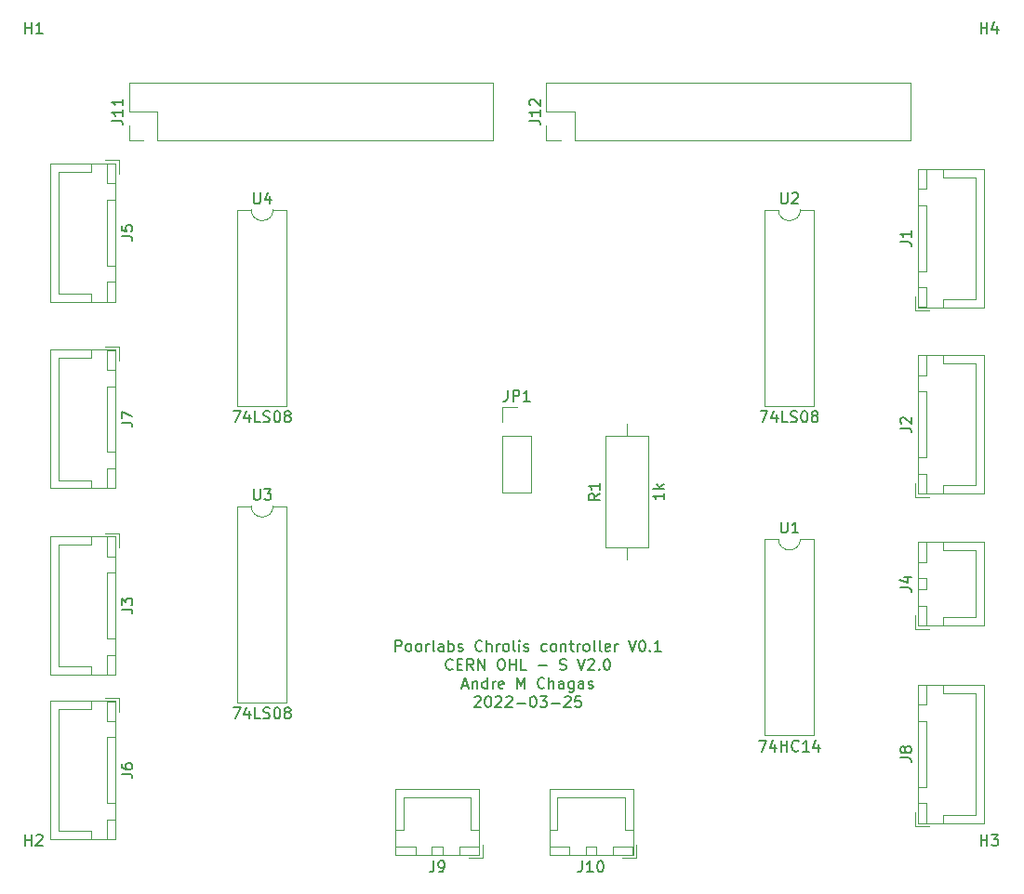
<source format=gbr>
%TF.GenerationSoftware,KiCad,Pcbnew,5.1.10-88a1d61d58~90~ubuntu20.04.1*%
%TF.CreationDate,2022-03-25T12:28:49+00:00*%
%TF.ProjectId,blanking_board,626c616e-6b69-46e6-975f-626f6172642e,rev?*%
%TF.SameCoordinates,Original*%
%TF.FileFunction,Legend,Top*%
%TF.FilePolarity,Positive*%
%FSLAX46Y46*%
G04 Gerber Fmt 4.6, Leading zero omitted, Abs format (unit mm)*
G04 Created by KiCad (PCBNEW 5.1.10-88a1d61d58~90~ubuntu20.04.1) date 2022-03-25 12:28:49*
%MOMM*%
%LPD*%
G01*
G04 APERTURE LIST*
%ADD10C,0.200000*%
%ADD11C,0.120000*%
%ADD12C,0.150000*%
G04 APERTURE END LIST*
D10*
X134928571Y-103902380D02*
X134928571Y-102902380D01*
X135309523Y-102902380D01*
X135404761Y-102950000D01*
X135452380Y-102997619D01*
X135500000Y-103092857D01*
X135500000Y-103235714D01*
X135452380Y-103330952D01*
X135404761Y-103378571D01*
X135309523Y-103426190D01*
X134928571Y-103426190D01*
X136071428Y-103902380D02*
X135976190Y-103854761D01*
X135928571Y-103807142D01*
X135880952Y-103711904D01*
X135880952Y-103426190D01*
X135928571Y-103330952D01*
X135976190Y-103283333D01*
X136071428Y-103235714D01*
X136214285Y-103235714D01*
X136309523Y-103283333D01*
X136357142Y-103330952D01*
X136404761Y-103426190D01*
X136404761Y-103711904D01*
X136357142Y-103807142D01*
X136309523Y-103854761D01*
X136214285Y-103902380D01*
X136071428Y-103902380D01*
X136976190Y-103902380D02*
X136880952Y-103854761D01*
X136833333Y-103807142D01*
X136785714Y-103711904D01*
X136785714Y-103426190D01*
X136833333Y-103330952D01*
X136880952Y-103283333D01*
X136976190Y-103235714D01*
X137119047Y-103235714D01*
X137214285Y-103283333D01*
X137261904Y-103330952D01*
X137309523Y-103426190D01*
X137309523Y-103711904D01*
X137261904Y-103807142D01*
X137214285Y-103854761D01*
X137119047Y-103902380D01*
X136976190Y-103902380D01*
X137738095Y-103902380D02*
X137738095Y-103235714D01*
X137738095Y-103426190D02*
X137785714Y-103330952D01*
X137833333Y-103283333D01*
X137928571Y-103235714D01*
X138023809Y-103235714D01*
X138500000Y-103902380D02*
X138404761Y-103854761D01*
X138357142Y-103759523D01*
X138357142Y-102902380D01*
X139309523Y-103902380D02*
X139309523Y-103378571D01*
X139261904Y-103283333D01*
X139166666Y-103235714D01*
X138976190Y-103235714D01*
X138880952Y-103283333D01*
X139309523Y-103854761D02*
X139214285Y-103902380D01*
X138976190Y-103902380D01*
X138880952Y-103854761D01*
X138833333Y-103759523D01*
X138833333Y-103664285D01*
X138880952Y-103569047D01*
X138976190Y-103521428D01*
X139214285Y-103521428D01*
X139309523Y-103473809D01*
X139785714Y-103902380D02*
X139785714Y-102902380D01*
X139785714Y-103283333D02*
X139880952Y-103235714D01*
X140071428Y-103235714D01*
X140166666Y-103283333D01*
X140214285Y-103330952D01*
X140261904Y-103426190D01*
X140261904Y-103711904D01*
X140214285Y-103807142D01*
X140166666Y-103854761D01*
X140071428Y-103902380D01*
X139880952Y-103902380D01*
X139785714Y-103854761D01*
X140642857Y-103854761D02*
X140738095Y-103902380D01*
X140928571Y-103902380D01*
X141023809Y-103854761D01*
X141071428Y-103759523D01*
X141071428Y-103711904D01*
X141023809Y-103616666D01*
X140928571Y-103569047D01*
X140785714Y-103569047D01*
X140690476Y-103521428D01*
X140642857Y-103426190D01*
X140642857Y-103378571D01*
X140690476Y-103283333D01*
X140785714Y-103235714D01*
X140928571Y-103235714D01*
X141023809Y-103283333D01*
X142833333Y-103807142D02*
X142785714Y-103854761D01*
X142642857Y-103902380D01*
X142547619Y-103902380D01*
X142404761Y-103854761D01*
X142309523Y-103759523D01*
X142261904Y-103664285D01*
X142214285Y-103473809D01*
X142214285Y-103330952D01*
X142261904Y-103140476D01*
X142309523Y-103045238D01*
X142404761Y-102950000D01*
X142547619Y-102902380D01*
X142642857Y-102902380D01*
X142785714Y-102950000D01*
X142833333Y-102997619D01*
X143261904Y-103902380D02*
X143261904Y-102902380D01*
X143690476Y-103902380D02*
X143690476Y-103378571D01*
X143642857Y-103283333D01*
X143547619Y-103235714D01*
X143404761Y-103235714D01*
X143309523Y-103283333D01*
X143261904Y-103330952D01*
X144166666Y-103902380D02*
X144166666Y-103235714D01*
X144166666Y-103426190D02*
X144214285Y-103330952D01*
X144261904Y-103283333D01*
X144357142Y-103235714D01*
X144452380Y-103235714D01*
X144928571Y-103902380D02*
X144833333Y-103854761D01*
X144785714Y-103807142D01*
X144738095Y-103711904D01*
X144738095Y-103426190D01*
X144785714Y-103330952D01*
X144833333Y-103283333D01*
X144928571Y-103235714D01*
X145071428Y-103235714D01*
X145166666Y-103283333D01*
X145214285Y-103330952D01*
X145261904Y-103426190D01*
X145261904Y-103711904D01*
X145214285Y-103807142D01*
X145166666Y-103854761D01*
X145071428Y-103902380D01*
X144928571Y-103902380D01*
X145833333Y-103902380D02*
X145738095Y-103854761D01*
X145690476Y-103759523D01*
X145690476Y-102902380D01*
X146214285Y-103902380D02*
X146214285Y-103235714D01*
X146214285Y-102902380D02*
X146166666Y-102950000D01*
X146214285Y-102997619D01*
X146261904Y-102950000D01*
X146214285Y-102902380D01*
X146214285Y-102997619D01*
X146642857Y-103854761D02*
X146738095Y-103902380D01*
X146928571Y-103902380D01*
X147023809Y-103854761D01*
X147071428Y-103759523D01*
X147071428Y-103711904D01*
X147023809Y-103616666D01*
X146928571Y-103569047D01*
X146785714Y-103569047D01*
X146690476Y-103521428D01*
X146642857Y-103426190D01*
X146642857Y-103378571D01*
X146690476Y-103283333D01*
X146785714Y-103235714D01*
X146928571Y-103235714D01*
X147023809Y-103283333D01*
X148690476Y-103854761D02*
X148595238Y-103902380D01*
X148404761Y-103902380D01*
X148309523Y-103854761D01*
X148261904Y-103807142D01*
X148214285Y-103711904D01*
X148214285Y-103426190D01*
X148261904Y-103330952D01*
X148309523Y-103283333D01*
X148404761Y-103235714D01*
X148595238Y-103235714D01*
X148690476Y-103283333D01*
X149261904Y-103902380D02*
X149166666Y-103854761D01*
X149119047Y-103807142D01*
X149071428Y-103711904D01*
X149071428Y-103426190D01*
X149119047Y-103330952D01*
X149166666Y-103283333D01*
X149261904Y-103235714D01*
X149404761Y-103235714D01*
X149500000Y-103283333D01*
X149547619Y-103330952D01*
X149595238Y-103426190D01*
X149595238Y-103711904D01*
X149547619Y-103807142D01*
X149500000Y-103854761D01*
X149404761Y-103902380D01*
X149261904Y-103902380D01*
X150023809Y-103235714D02*
X150023809Y-103902380D01*
X150023809Y-103330952D02*
X150071428Y-103283333D01*
X150166666Y-103235714D01*
X150309523Y-103235714D01*
X150404761Y-103283333D01*
X150452380Y-103378571D01*
X150452380Y-103902380D01*
X150785714Y-103235714D02*
X151166666Y-103235714D01*
X150928571Y-102902380D02*
X150928571Y-103759523D01*
X150976190Y-103854761D01*
X151071428Y-103902380D01*
X151166666Y-103902380D01*
X151500000Y-103902380D02*
X151500000Y-103235714D01*
X151500000Y-103426190D02*
X151547619Y-103330952D01*
X151595238Y-103283333D01*
X151690476Y-103235714D01*
X151785714Y-103235714D01*
X152261904Y-103902380D02*
X152166666Y-103854761D01*
X152119047Y-103807142D01*
X152071428Y-103711904D01*
X152071428Y-103426190D01*
X152119047Y-103330952D01*
X152166666Y-103283333D01*
X152261904Y-103235714D01*
X152404761Y-103235714D01*
X152500000Y-103283333D01*
X152547619Y-103330952D01*
X152595238Y-103426190D01*
X152595238Y-103711904D01*
X152547619Y-103807142D01*
X152500000Y-103854761D01*
X152404761Y-103902380D01*
X152261904Y-103902380D01*
X153166666Y-103902380D02*
X153071428Y-103854761D01*
X153023809Y-103759523D01*
X153023809Y-102902380D01*
X153690476Y-103902380D02*
X153595238Y-103854761D01*
X153547619Y-103759523D01*
X153547619Y-102902380D01*
X154452380Y-103854761D02*
X154357142Y-103902380D01*
X154166666Y-103902380D01*
X154071428Y-103854761D01*
X154023809Y-103759523D01*
X154023809Y-103378571D01*
X154071428Y-103283333D01*
X154166666Y-103235714D01*
X154357142Y-103235714D01*
X154452380Y-103283333D01*
X154499999Y-103378571D01*
X154499999Y-103473809D01*
X154023809Y-103569047D01*
X154928571Y-103902380D02*
X154928571Y-103235714D01*
X154928571Y-103426190D02*
X154976190Y-103330952D01*
X155023809Y-103283333D01*
X155119047Y-103235714D01*
X155214285Y-103235714D01*
X156166666Y-102902380D02*
X156499999Y-103902380D01*
X156833333Y-102902380D01*
X157357142Y-102902380D02*
X157452380Y-102902380D01*
X157547619Y-102950000D01*
X157595238Y-102997619D01*
X157642857Y-103092857D01*
X157690476Y-103283333D01*
X157690476Y-103521428D01*
X157642857Y-103711904D01*
X157595238Y-103807142D01*
X157547619Y-103854761D01*
X157452380Y-103902380D01*
X157357142Y-103902380D01*
X157261904Y-103854761D01*
X157214285Y-103807142D01*
X157166666Y-103711904D01*
X157119047Y-103521428D01*
X157119047Y-103283333D01*
X157166666Y-103092857D01*
X157214285Y-102997619D01*
X157261904Y-102950000D01*
X157357142Y-102902380D01*
X158119047Y-103807142D02*
X158166666Y-103854761D01*
X158119047Y-103902380D01*
X158071428Y-103854761D01*
X158119047Y-103807142D01*
X158119047Y-103902380D01*
X159119047Y-103902380D02*
X158547619Y-103902380D01*
X158833333Y-103902380D02*
X158833333Y-102902380D01*
X158738095Y-103045238D01*
X158642857Y-103140476D01*
X158547619Y-103188095D01*
X140142857Y-105507142D02*
X140095238Y-105554761D01*
X139952380Y-105602380D01*
X139857142Y-105602380D01*
X139714285Y-105554761D01*
X139619047Y-105459523D01*
X139571428Y-105364285D01*
X139523809Y-105173809D01*
X139523809Y-105030952D01*
X139571428Y-104840476D01*
X139619047Y-104745238D01*
X139714285Y-104650000D01*
X139857142Y-104602380D01*
X139952380Y-104602380D01*
X140095238Y-104650000D01*
X140142857Y-104697619D01*
X140571428Y-105078571D02*
X140904761Y-105078571D01*
X141047619Y-105602380D02*
X140571428Y-105602380D01*
X140571428Y-104602380D01*
X141047619Y-104602380D01*
X142047619Y-105602380D02*
X141714285Y-105126190D01*
X141476190Y-105602380D02*
X141476190Y-104602380D01*
X141857142Y-104602380D01*
X141952380Y-104650000D01*
X142000000Y-104697619D01*
X142047619Y-104792857D01*
X142047619Y-104935714D01*
X142000000Y-105030952D01*
X141952380Y-105078571D01*
X141857142Y-105126190D01*
X141476190Y-105126190D01*
X142476190Y-105602380D02*
X142476190Y-104602380D01*
X143047619Y-105602380D01*
X143047619Y-104602380D01*
X144476190Y-104602380D02*
X144666666Y-104602380D01*
X144761904Y-104650000D01*
X144857142Y-104745238D01*
X144904761Y-104935714D01*
X144904761Y-105269047D01*
X144857142Y-105459523D01*
X144761904Y-105554761D01*
X144666666Y-105602380D01*
X144476190Y-105602380D01*
X144380952Y-105554761D01*
X144285714Y-105459523D01*
X144238095Y-105269047D01*
X144238095Y-104935714D01*
X144285714Y-104745238D01*
X144380952Y-104650000D01*
X144476190Y-104602380D01*
X145333333Y-105602380D02*
X145333333Y-104602380D01*
X145333333Y-105078571D02*
X145904761Y-105078571D01*
X145904761Y-105602380D02*
X145904761Y-104602380D01*
X146857142Y-105602380D02*
X146380952Y-105602380D01*
X146380952Y-104602380D01*
X147952380Y-105221428D02*
X148714285Y-105221428D01*
X149904761Y-105554761D02*
X150047619Y-105602380D01*
X150285714Y-105602380D01*
X150380952Y-105554761D01*
X150428571Y-105507142D01*
X150476190Y-105411904D01*
X150476190Y-105316666D01*
X150428571Y-105221428D01*
X150380952Y-105173809D01*
X150285714Y-105126190D01*
X150095238Y-105078571D01*
X150000000Y-105030952D01*
X149952380Y-104983333D01*
X149904761Y-104888095D01*
X149904761Y-104792857D01*
X149952380Y-104697619D01*
X150000000Y-104650000D01*
X150095238Y-104602380D01*
X150333333Y-104602380D01*
X150476190Y-104650000D01*
X151523809Y-104602380D02*
X151857142Y-105602380D01*
X152190476Y-104602380D01*
X152476190Y-104697619D02*
X152523809Y-104650000D01*
X152619047Y-104602380D01*
X152857142Y-104602380D01*
X152952380Y-104650000D01*
X153000000Y-104697619D01*
X153047619Y-104792857D01*
X153047619Y-104888095D01*
X153000000Y-105030952D01*
X152428571Y-105602380D01*
X153047619Y-105602380D01*
X153476190Y-105507142D02*
X153523809Y-105554761D01*
X153476190Y-105602380D01*
X153428571Y-105554761D01*
X153476190Y-105507142D01*
X153476190Y-105602380D01*
X154142857Y-104602380D02*
X154238095Y-104602380D01*
X154333333Y-104650000D01*
X154380952Y-104697619D01*
X154428571Y-104792857D01*
X154476190Y-104983333D01*
X154476190Y-105221428D01*
X154428571Y-105411904D01*
X154380952Y-105507142D01*
X154333333Y-105554761D01*
X154238095Y-105602380D01*
X154142857Y-105602380D01*
X154047619Y-105554761D01*
X154000000Y-105507142D01*
X153952380Y-105411904D01*
X153904761Y-105221428D01*
X153904761Y-104983333D01*
X153952380Y-104792857D01*
X154000000Y-104697619D01*
X154047619Y-104650000D01*
X154142857Y-104602380D01*
X141071428Y-107016666D02*
X141547619Y-107016666D01*
X140976190Y-107302380D02*
X141309523Y-106302380D01*
X141642857Y-107302380D01*
X141976190Y-106635714D02*
X141976190Y-107302380D01*
X141976190Y-106730952D02*
X142023809Y-106683333D01*
X142119047Y-106635714D01*
X142261904Y-106635714D01*
X142357142Y-106683333D01*
X142404761Y-106778571D01*
X142404761Y-107302380D01*
X143309523Y-107302380D02*
X143309523Y-106302380D01*
X143309523Y-107254761D02*
X143214285Y-107302380D01*
X143023809Y-107302380D01*
X142928571Y-107254761D01*
X142880952Y-107207142D01*
X142833333Y-107111904D01*
X142833333Y-106826190D01*
X142880952Y-106730952D01*
X142928571Y-106683333D01*
X143023809Y-106635714D01*
X143214285Y-106635714D01*
X143309523Y-106683333D01*
X143785714Y-107302380D02*
X143785714Y-106635714D01*
X143785714Y-106826190D02*
X143833333Y-106730952D01*
X143880952Y-106683333D01*
X143976190Y-106635714D01*
X144071428Y-106635714D01*
X144785714Y-107254761D02*
X144690476Y-107302380D01*
X144500000Y-107302380D01*
X144404761Y-107254761D01*
X144357142Y-107159523D01*
X144357142Y-106778571D01*
X144404761Y-106683333D01*
X144500000Y-106635714D01*
X144690476Y-106635714D01*
X144785714Y-106683333D01*
X144833333Y-106778571D01*
X144833333Y-106873809D01*
X144357142Y-106969047D01*
X146023809Y-107302380D02*
X146023809Y-106302380D01*
X146357142Y-107016666D01*
X146690476Y-106302380D01*
X146690476Y-107302380D01*
X148500000Y-107207142D02*
X148452380Y-107254761D01*
X148309523Y-107302380D01*
X148214285Y-107302380D01*
X148071428Y-107254761D01*
X147976190Y-107159523D01*
X147928571Y-107064285D01*
X147880952Y-106873809D01*
X147880952Y-106730952D01*
X147928571Y-106540476D01*
X147976190Y-106445238D01*
X148071428Y-106350000D01*
X148214285Y-106302380D01*
X148309523Y-106302380D01*
X148452380Y-106350000D01*
X148500000Y-106397619D01*
X148928571Y-107302380D02*
X148928571Y-106302380D01*
X149357142Y-107302380D02*
X149357142Y-106778571D01*
X149309523Y-106683333D01*
X149214285Y-106635714D01*
X149071428Y-106635714D01*
X148976190Y-106683333D01*
X148928571Y-106730952D01*
X150261904Y-107302380D02*
X150261904Y-106778571D01*
X150214285Y-106683333D01*
X150119047Y-106635714D01*
X149928571Y-106635714D01*
X149833333Y-106683333D01*
X150261904Y-107254761D02*
X150166666Y-107302380D01*
X149928571Y-107302380D01*
X149833333Y-107254761D01*
X149785714Y-107159523D01*
X149785714Y-107064285D01*
X149833333Y-106969047D01*
X149928571Y-106921428D01*
X150166666Y-106921428D01*
X150261904Y-106873809D01*
X151166666Y-106635714D02*
X151166666Y-107445238D01*
X151119047Y-107540476D01*
X151071428Y-107588095D01*
X150976190Y-107635714D01*
X150833333Y-107635714D01*
X150738095Y-107588095D01*
X151166666Y-107254761D02*
X151071428Y-107302380D01*
X150880952Y-107302380D01*
X150785714Y-107254761D01*
X150738095Y-107207142D01*
X150690476Y-107111904D01*
X150690476Y-106826190D01*
X150738095Y-106730952D01*
X150785714Y-106683333D01*
X150880952Y-106635714D01*
X151071428Y-106635714D01*
X151166666Y-106683333D01*
X152071428Y-107302380D02*
X152071428Y-106778571D01*
X152023809Y-106683333D01*
X151928571Y-106635714D01*
X151738095Y-106635714D01*
X151642857Y-106683333D01*
X152071428Y-107254761D02*
X151976190Y-107302380D01*
X151738095Y-107302380D01*
X151642857Y-107254761D01*
X151595238Y-107159523D01*
X151595238Y-107064285D01*
X151642857Y-106969047D01*
X151738095Y-106921428D01*
X151976190Y-106921428D01*
X152071428Y-106873809D01*
X152500000Y-107254761D02*
X152595238Y-107302380D01*
X152785714Y-107302380D01*
X152880952Y-107254761D01*
X152928571Y-107159523D01*
X152928571Y-107111904D01*
X152880952Y-107016666D01*
X152785714Y-106969047D01*
X152642857Y-106969047D01*
X152547619Y-106921428D01*
X152500000Y-106826190D01*
X152500000Y-106778571D01*
X152547619Y-106683333D01*
X152642857Y-106635714D01*
X152785714Y-106635714D01*
X152880952Y-106683333D01*
X142142857Y-108097619D02*
X142190476Y-108050000D01*
X142285714Y-108002380D01*
X142523809Y-108002380D01*
X142619047Y-108050000D01*
X142666666Y-108097619D01*
X142714285Y-108192857D01*
X142714285Y-108288095D01*
X142666666Y-108430952D01*
X142095238Y-109002380D01*
X142714285Y-109002380D01*
X143333333Y-108002380D02*
X143428571Y-108002380D01*
X143523809Y-108050000D01*
X143571428Y-108097619D01*
X143619047Y-108192857D01*
X143666666Y-108383333D01*
X143666666Y-108621428D01*
X143619047Y-108811904D01*
X143571428Y-108907142D01*
X143523809Y-108954761D01*
X143428571Y-109002380D01*
X143333333Y-109002380D01*
X143238095Y-108954761D01*
X143190476Y-108907142D01*
X143142857Y-108811904D01*
X143095238Y-108621428D01*
X143095238Y-108383333D01*
X143142857Y-108192857D01*
X143190476Y-108097619D01*
X143238095Y-108050000D01*
X143333333Y-108002380D01*
X144047619Y-108097619D02*
X144095238Y-108050000D01*
X144190476Y-108002380D01*
X144428571Y-108002380D01*
X144523809Y-108050000D01*
X144571428Y-108097619D01*
X144619047Y-108192857D01*
X144619047Y-108288095D01*
X144571428Y-108430952D01*
X144000000Y-109002380D01*
X144619047Y-109002380D01*
X145000000Y-108097619D02*
X145047619Y-108050000D01*
X145142857Y-108002380D01*
X145380952Y-108002380D01*
X145476190Y-108050000D01*
X145523809Y-108097619D01*
X145571428Y-108192857D01*
X145571428Y-108288095D01*
X145523809Y-108430952D01*
X144952380Y-109002380D01*
X145571428Y-109002380D01*
X146000000Y-108621428D02*
X146761904Y-108621428D01*
X147428571Y-108002380D02*
X147523809Y-108002380D01*
X147619047Y-108050000D01*
X147666666Y-108097619D01*
X147714285Y-108192857D01*
X147761904Y-108383333D01*
X147761904Y-108621428D01*
X147714285Y-108811904D01*
X147666666Y-108907142D01*
X147619047Y-108954761D01*
X147523809Y-109002380D01*
X147428571Y-109002380D01*
X147333333Y-108954761D01*
X147285714Y-108907142D01*
X147238095Y-108811904D01*
X147190476Y-108621428D01*
X147190476Y-108383333D01*
X147238095Y-108192857D01*
X147285714Y-108097619D01*
X147333333Y-108050000D01*
X147428571Y-108002380D01*
X148095238Y-108002380D02*
X148714285Y-108002380D01*
X148380952Y-108383333D01*
X148523809Y-108383333D01*
X148619047Y-108430952D01*
X148666666Y-108478571D01*
X148714285Y-108573809D01*
X148714285Y-108811904D01*
X148666666Y-108907142D01*
X148619047Y-108954761D01*
X148523809Y-109002380D01*
X148238095Y-109002380D01*
X148142857Y-108954761D01*
X148095238Y-108907142D01*
X149142857Y-108621428D02*
X149904761Y-108621428D01*
X150333333Y-108097619D02*
X150380952Y-108050000D01*
X150476190Y-108002380D01*
X150714285Y-108002380D01*
X150809523Y-108050000D01*
X150857142Y-108097619D01*
X150904761Y-108192857D01*
X150904761Y-108288095D01*
X150857142Y-108430952D01*
X150285714Y-109002380D01*
X150904761Y-109002380D01*
X151809523Y-108002380D02*
X151333333Y-108002380D01*
X151285714Y-108478571D01*
X151333333Y-108430952D01*
X151428571Y-108383333D01*
X151666666Y-108383333D01*
X151761904Y-108430952D01*
X151809523Y-108478571D01*
X151857142Y-108573809D01*
X151857142Y-108811904D01*
X151809523Y-108907142D01*
X151761904Y-108954761D01*
X151666666Y-109002380D01*
X151428571Y-109002380D01*
X151333333Y-108954761D01*
X151285714Y-108907142D01*
D11*
%TO.C,J6*%
X109750000Y-108150000D02*
X108500000Y-108150000D01*
X109750000Y-109400000D02*
X109750000Y-108150000D01*
X104250000Y-120300000D02*
X104250000Y-114750000D01*
X107200000Y-120300000D02*
X104250000Y-120300000D01*
X107200000Y-121050000D02*
X107200000Y-120300000D01*
X104250000Y-109200000D02*
X104250000Y-114750000D01*
X107200000Y-109200000D02*
X104250000Y-109200000D01*
X107200000Y-108450000D02*
X107200000Y-109200000D01*
X109450000Y-121050000D02*
X109450000Y-119250000D01*
X108700000Y-121050000D02*
X109450000Y-121050000D01*
X108700000Y-119250000D02*
X108700000Y-121050000D01*
X109450000Y-119250000D02*
X108700000Y-119250000D01*
X109450000Y-110250000D02*
X109450000Y-108450000D01*
X108700000Y-110250000D02*
X109450000Y-110250000D01*
X108700000Y-108450000D02*
X108700000Y-110250000D01*
X109450000Y-108450000D02*
X108700000Y-108450000D01*
X109450000Y-117750000D02*
X109450000Y-111750000D01*
X108700000Y-117750000D02*
X109450000Y-117750000D01*
X108700000Y-111750000D02*
X108700000Y-117750000D01*
X109450000Y-111750000D02*
X108700000Y-111750000D01*
X109460000Y-121060000D02*
X109460000Y-108440000D01*
X103490000Y-121060000D02*
X109460000Y-121060000D01*
X103490000Y-108440000D02*
X103490000Y-121060000D01*
X109460000Y-108440000D02*
X103490000Y-108440000D01*
%TO.C,U2*%
X173060000Y-63670000D02*
X171810000Y-63670000D01*
X173060000Y-81570000D02*
X173060000Y-63670000D01*
X168560000Y-81570000D02*
X173060000Y-81570000D01*
X168560000Y-63670000D02*
X168560000Y-81570000D01*
X169810000Y-63670000D02*
X168560000Y-63670000D01*
X171810000Y-63670000D02*
G75*
G02*
X169810000Y-63670000I-1000000J0D01*
G01*
%TO.C,J11*%
X110670000Y-57330000D02*
X110670000Y-56000000D01*
X112000000Y-57330000D02*
X110670000Y-57330000D01*
X110670000Y-54730000D02*
X110670000Y-52130000D01*
X113270000Y-54730000D02*
X110670000Y-54730000D01*
X113270000Y-57330000D02*
X113270000Y-54730000D01*
X110670000Y-52130000D02*
X143810000Y-52130000D01*
X113270000Y-57330000D02*
X143810000Y-57330000D01*
X143810000Y-57330000D02*
X143810000Y-52130000D01*
%TO.C,J12*%
X181810000Y-57330000D02*
X181810000Y-52130000D01*
X151270000Y-57330000D02*
X181810000Y-57330000D01*
X148670000Y-52130000D02*
X181810000Y-52130000D01*
X151270000Y-57330000D02*
X151270000Y-54730000D01*
X151270000Y-54730000D02*
X148670000Y-54730000D01*
X148670000Y-54730000D02*
X148670000Y-52130000D01*
X150000000Y-57330000D02*
X148670000Y-57330000D01*
X148670000Y-57330000D02*
X148670000Y-56000000D01*
%TO.C,JP1*%
X144670000Y-89410000D02*
X147330000Y-89410000D01*
X144670000Y-84270000D02*
X144670000Y-89410000D01*
X147330000Y-84270000D02*
X147330000Y-89410000D01*
X144670000Y-84270000D02*
X147330000Y-84270000D01*
X144670000Y-83000000D02*
X144670000Y-81670000D01*
X144670000Y-81670000D02*
X146000000Y-81670000D01*
%TO.C,R1*%
X154080000Y-94450000D02*
X157920000Y-94450000D01*
X157920000Y-94450000D02*
X157920000Y-84310000D01*
X157920000Y-84310000D02*
X154080000Y-84310000D01*
X154080000Y-84310000D02*
X154080000Y-94450000D01*
X156000000Y-95560000D02*
X156000000Y-94450000D01*
X156000000Y-83200000D02*
X156000000Y-84310000D01*
%TO.C,U1*%
X173060000Y-93670000D02*
X171810000Y-93670000D01*
X173060000Y-111570000D02*
X173060000Y-93670000D01*
X168560000Y-111570000D02*
X173060000Y-111570000D01*
X168560000Y-93670000D02*
X168560000Y-111570000D01*
X169810000Y-93670000D02*
X168560000Y-93670000D01*
X171810000Y-93670000D02*
G75*
G02*
X169810000Y-93670000I-1000000J0D01*
G01*
%TO.C,U3*%
X121810000Y-90670000D02*
X120560000Y-90670000D01*
X120560000Y-90670000D02*
X120560000Y-108570000D01*
X120560000Y-108570000D02*
X125060000Y-108570000D01*
X125060000Y-108570000D02*
X125060000Y-90670000D01*
X125060000Y-90670000D02*
X123810000Y-90670000D01*
X123810000Y-90670000D02*
G75*
G02*
X121810000Y-90670000I-1000000J0D01*
G01*
%TO.C,U4*%
X121810000Y-63670000D02*
X120560000Y-63670000D01*
X120560000Y-63670000D02*
X120560000Y-81570000D01*
X120560000Y-81570000D02*
X125060000Y-81570000D01*
X125060000Y-81570000D02*
X125060000Y-63670000D01*
X125060000Y-63670000D02*
X123810000Y-63670000D01*
X123810000Y-63670000D02*
G75*
G02*
X121810000Y-63670000I-1000000J0D01*
G01*
%TO.C,J1*%
X182540000Y-72560000D02*
X188510000Y-72560000D01*
X188510000Y-72560000D02*
X188510000Y-59940000D01*
X188510000Y-59940000D02*
X182540000Y-59940000D01*
X182540000Y-59940000D02*
X182540000Y-72560000D01*
X182550000Y-69250000D02*
X183300000Y-69250000D01*
X183300000Y-69250000D02*
X183300000Y-63250000D01*
X183300000Y-63250000D02*
X182550000Y-63250000D01*
X182550000Y-63250000D02*
X182550000Y-69250000D01*
X182550000Y-72550000D02*
X183300000Y-72550000D01*
X183300000Y-72550000D02*
X183300000Y-70750000D01*
X183300000Y-70750000D02*
X182550000Y-70750000D01*
X182550000Y-70750000D02*
X182550000Y-72550000D01*
X182550000Y-61750000D02*
X183300000Y-61750000D01*
X183300000Y-61750000D02*
X183300000Y-59950000D01*
X183300000Y-59950000D02*
X182550000Y-59950000D01*
X182550000Y-59950000D02*
X182550000Y-61750000D01*
X184800000Y-72550000D02*
X184800000Y-71800000D01*
X184800000Y-71800000D02*
X187750000Y-71800000D01*
X187750000Y-71800000D02*
X187750000Y-66250000D01*
X184800000Y-59950000D02*
X184800000Y-60700000D01*
X184800000Y-60700000D02*
X187750000Y-60700000D01*
X187750000Y-60700000D02*
X187750000Y-66250000D01*
X182250000Y-71600000D02*
X182250000Y-72850000D01*
X182250000Y-72850000D02*
X183500000Y-72850000D01*
%TO.C,J2*%
X182250000Y-89850000D02*
X183500000Y-89850000D01*
X182250000Y-88600000D02*
X182250000Y-89850000D01*
X187750000Y-77700000D02*
X187750000Y-83250000D01*
X184800000Y-77700000D02*
X187750000Y-77700000D01*
X184800000Y-76950000D02*
X184800000Y-77700000D01*
X187750000Y-88800000D02*
X187750000Y-83250000D01*
X184800000Y-88800000D02*
X187750000Y-88800000D01*
X184800000Y-89550000D02*
X184800000Y-88800000D01*
X182550000Y-76950000D02*
X182550000Y-78750000D01*
X183300000Y-76950000D02*
X182550000Y-76950000D01*
X183300000Y-78750000D02*
X183300000Y-76950000D01*
X182550000Y-78750000D02*
X183300000Y-78750000D01*
X182550000Y-87750000D02*
X182550000Y-89550000D01*
X183300000Y-87750000D02*
X182550000Y-87750000D01*
X183300000Y-89550000D02*
X183300000Y-87750000D01*
X182550000Y-89550000D02*
X183300000Y-89550000D01*
X182550000Y-80250000D02*
X182550000Y-86250000D01*
X183300000Y-80250000D02*
X182550000Y-80250000D01*
X183300000Y-86250000D02*
X183300000Y-80250000D01*
X182550000Y-86250000D02*
X183300000Y-86250000D01*
X182540000Y-76940000D02*
X182540000Y-89560000D01*
X188510000Y-76940000D02*
X182540000Y-76940000D01*
X188510000Y-89560000D02*
X188510000Y-76940000D01*
X182540000Y-89560000D02*
X188510000Y-89560000D01*
%TO.C,J3*%
X109750000Y-93150000D02*
X108500000Y-93150000D01*
X109750000Y-94400000D02*
X109750000Y-93150000D01*
X104250000Y-105300000D02*
X104250000Y-99750000D01*
X107200000Y-105300000D02*
X104250000Y-105300000D01*
X107200000Y-106050000D02*
X107200000Y-105300000D01*
X104250000Y-94200000D02*
X104250000Y-99750000D01*
X107200000Y-94200000D02*
X104250000Y-94200000D01*
X107200000Y-93450000D02*
X107200000Y-94200000D01*
X109450000Y-106050000D02*
X109450000Y-104250000D01*
X108700000Y-106050000D02*
X109450000Y-106050000D01*
X108700000Y-104250000D02*
X108700000Y-106050000D01*
X109450000Y-104250000D02*
X108700000Y-104250000D01*
X109450000Y-95250000D02*
X109450000Y-93450000D01*
X108700000Y-95250000D02*
X109450000Y-95250000D01*
X108700000Y-93450000D02*
X108700000Y-95250000D01*
X109450000Y-93450000D02*
X108700000Y-93450000D01*
X109450000Y-102750000D02*
X109450000Y-96750000D01*
X108700000Y-102750000D02*
X109450000Y-102750000D01*
X108700000Y-96750000D02*
X108700000Y-102750000D01*
X109450000Y-96750000D02*
X108700000Y-96750000D01*
X109460000Y-106060000D02*
X109460000Y-93440000D01*
X103490000Y-106060000D02*
X109460000Y-106060000D01*
X103490000Y-93440000D02*
X103490000Y-106060000D01*
X109460000Y-93440000D02*
X103490000Y-93440000D01*
%TO.C,J4*%
X182250000Y-101850000D02*
X183500000Y-101850000D01*
X182250000Y-100600000D02*
X182250000Y-101850000D01*
X187750000Y-94700000D02*
X187750000Y-97750000D01*
X184800000Y-94700000D02*
X187750000Y-94700000D01*
X184800000Y-93950000D02*
X184800000Y-94700000D01*
X187750000Y-100800000D02*
X187750000Y-97750000D01*
X184800000Y-100800000D02*
X187750000Y-100800000D01*
X184800000Y-101550000D02*
X184800000Y-100800000D01*
X182550000Y-93950000D02*
X182550000Y-95750000D01*
X183300000Y-93950000D02*
X182550000Y-93950000D01*
X183300000Y-95750000D02*
X183300000Y-93950000D01*
X182550000Y-95750000D02*
X183300000Y-95750000D01*
X182550000Y-99750000D02*
X182550000Y-101550000D01*
X183300000Y-99750000D02*
X182550000Y-99750000D01*
X183300000Y-101550000D02*
X183300000Y-99750000D01*
X182550000Y-101550000D02*
X183300000Y-101550000D01*
X182550000Y-97250000D02*
X182550000Y-98250000D01*
X183300000Y-97250000D02*
X182550000Y-97250000D01*
X183300000Y-98250000D02*
X183300000Y-97250000D01*
X182550000Y-98250000D02*
X183300000Y-98250000D01*
X182540000Y-93940000D02*
X182540000Y-101560000D01*
X188510000Y-93940000D02*
X182540000Y-93940000D01*
X188510000Y-101560000D02*
X188510000Y-93940000D01*
X182540000Y-101560000D02*
X188510000Y-101560000D01*
%TO.C,J5*%
X109750000Y-59150000D02*
X108500000Y-59150000D01*
X109750000Y-60400000D02*
X109750000Y-59150000D01*
X104250000Y-71300000D02*
X104250000Y-65750000D01*
X107200000Y-71300000D02*
X104250000Y-71300000D01*
X107200000Y-72050000D02*
X107200000Y-71300000D01*
X104250000Y-60200000D02*
X104250000Y-65750000D01*
X107200000Y-60200000D02*
X104250000Y-60200000D01*
X107200000Y-59450000D02*
X107200000Y-60200000D01*
X109450000Y-72050000D02*
X109450000Y-70250000D01*
X108700000Y-72050000D02*
X109450000Y-72050000D01*
X108700000Y-70250000D02*
X108700000Y-72050000D01*
X109450000Y-70250000D02*
X108700000Y-70250000D01*
X109450000Y-61250000D02*
X109450000Y-59450000D01*
X108700000Y-61250000D02*
X109450000Y-61250000D01*
X108700000Y-59450000D02*
X108700000Y-61250000D01*
X109450000Y-59450000D02*
X108700000Y-59450000D01*
X109450000Y-68750000D02*
X109450000Y-62750000D01*
X108700000Y-68750000D02*
X109450000Y-68750000D01*
X108700000Y-62750000D02*
X108700000Y-68750000D01*
X109450000Y-62750000D02*
X108700000Y-62750000D01*
X109460000Y-72060000D02*
X109460000Y-59440000D01*
X103490000Y-72060000D02*
X109460000Y-72060000D01*
X103490000Y-59440000D02*
X103490000Y-72060000D01*
X109460000Y-59440000D02*
X103490000Y-59440000D01*
%TO.C,J7*%
X109460000Y-76440000D02*
X103490000Y-76440000D01*
X103490000Y-76440000D02*
X103490000Y-89060000D01*
X103490000Y-89060000D02*
X109460000Y-89060000D01*
X109460000Y-89060000D02*
X109460000Y-76440000D01*
X109450000Y-79750000D02*
X108700000Y-79750000D01*
X108700000Y-79750000D02*
X108700000Y-85750000D01*
X108700000Y-85750000D02*
X109450000Y-85750000D01*
X109450000Y-85750000D02*
X109450000Y-79750000D01*
X109450000Y-76450000D02*
X108700000Y-76450000D01*
X108700000Y-76450000D02*
X108700000Y-78250000D01*
X108700000Y-78250000D02*
X109450000Y-78250000D01*
X109450000Y-78250000D02*
X109450000Y-76450000D01*
X109450000Y-87250000D02*
X108700000Y-87250000D01*
X108700000Y-87250000D02*
X108700000Y-89050000D01*
X108700000Y-89050000D02*
X109450000Y-89050000D01*
X109450000Y-89050000D02*
X109450000Y-87250000D01*
X107200000Y-76450000D02*
X107200000Y-77200000D01*
X107200000Y-77200000D02*
X104250000Y-77200000D01*
X104250000Y-77200000D02*
X104250000Y-82750000D01*
X107200000Y-89050000D02*
X107200000Y-88300000D01*
X107200000Y-88300000D02*
X104250000Y-88300000D01*
X104250000Y-88300000D02*
X104250000Y-82750000D01*
X109750000Y-77400000D02*
X109750000Y-76150000D01*
X109750000Y-76150000D02*
X108500000Y-76150000D01*
%TO.C,J8*%
X182540000Y-119560000D02*
X188510000Y-119560000D01*
X188510000Y-119560000D02*
X188510000Y-106940000D01*
X188510000Y-106940000D02*
X182540000Y-106940000D01*
X182540000Y-106940000D02*
X182540000Y-119560000D01*
X182550000Y-116250000D02*
X183300000Y-116250000D01*
X183300000Y-116250000D02*
X183300000Y-110250000D01*
X183300000Y-110250000D02*
X182550000Y-110250000D01*
X182550000Y-110250000D02*
X182550000Y-116250000D01*
X182550000Y-119550000D02*
X183300000Y-119550000D01*
X183300000Y-119550000D02*
X183300000Y-117750000D01*
X183300000Y-117750000D02*
X182550000Y-117750000D01*
X182550000Y-117750000D02*
X182550000Y-119550000D01*
X182550000Y-108750000D02*
X183300000Y-108750000D01*
X183300000Y-108750000D02*
X183300000Y-106950000D01*
X183300000Y-106950000D02*
X182550000Y-106950000D01*
X182550000Y-106950000D02*
X182550000Y-108750000D01*
X184800000Y-119550000D02*
X184800000Y-118800000D01*
X184800000Y-118800000D02*
X187750000Y-118800000D01*
X187750000Y-118800000D02*
X187750000Y-113250000D01*
X184800000Y-106950000D02*
X184800000Y-107700000D01*
X184800000Y-107700000D02*
X187750000Y-107700000D01*
X187750000Y-107700000D02*
X187750000Y-113250000D01*
X182250000Y-118600000D02*
X182250000Y-119850000D01*
X182250000Y-119850000D02*
X183500000Y-119850000D01*
%TO.C,J9*%
X142560000Y-122460000D02*
X142560000Y-116490000D01*
X142560000Y-116490000D02*
X134940000Y-116490000D01*
X134940000Y-116490000D02*
X134940000Y-122460000D01*
X134940000Y-122460000D02*
X142560000Y-122460000D01*
X139250000Y-122450000D02*
X139250000Y-121700000D01*
X139250000Y-121700000D02*
X138250000Y-121700000D01*
X138250000Y-121700000D02*
X138250000Y-122450000D01*
X138250000Y-122450000D02*
X139250000Y-122450000D01*
X142550000Y-122450000D02*
X142550000Y-121700000D01*
X142550000Y-121700000D02*
X140750000Y-121700000D01*
X140750000Y-121700000D02*
X140750000Y-122450000D01*
X140750000Y-122450000D02*
X142550000Y-122450000D01*
X136750000Y-122450000D02*
X136750000Y-121700000D01*
X136750000Y-121700000D02*
X134950000Y-121700000D01*
X134950000Y-121700000D02*
X134950000Y-122450000D01*
X134950000Y-122450000D02*
X136750000Y-122450000D01*
X142550000Y-120200000D02*
X141800000Y-120200000D01*
X141800000Y-120200000D02*
X141800000Y-117250000D01*
X141800000Y-117250000D02*
X138750000Y-117250000D01*
X134950000Y-120200000D02*
X135700000Y-120200000D01*
X135700000Y-120200000D02*
X135700000Y-117250000D01*
X135700000Y-117250000D02*
X138750000Y-117250000D01*
X141600000Y-122750000D02*
X142850000Y-122750000D01*
X142850000Y-122750000D02*
X142850000Y-121500000D01*
%TO.C,J10*%
X156850000Y-122750000D02*
X156850000Y-121500000D01*
X155600000Y-122750000D02*
X156850000Y-122750000D01*
X149700000Y-117250000D02*
X152750000Y-117250000D01*
X149700000Y-120200000D02*
X149700000Y-117250000D01*
X148950000Y-120200000D02*
X149700000Y-120200000D01*
X155800000Y-117250000D02*
X152750000Y-117250000D01*
X155800000Y-120200000D02*
X155800000Y-117250000D01*
X156550000Y-120200000D02*
X155800000Y-120200000D01*
X148950000Y-122450000D02*
X150750000Y-122450000D01*
X148950000Y-121700000D02*
X148950000Y-122450000D01*
X150750000Y-121700000D02*
X148950000Y-121700000D01*
X150750000Y-122450000D02*
X150750000Y-121700000D01*
X154750000Y-122450000D02*
X156550000Y-122450000D01*
X154750000Y-121700000D02*
X154750000Y-122450000D01*
X156550000Y-121700000D02*
X154750000Y-121700000D01*
X156550000Y-122450000D02*
X156550000Y-121700000D01*
X152250000Y-122450000D02*
X153250000Y-122450000D01*
X152250000Y-121700000D02*
X152250000Y-122450000D01*
X153250000Y-121700000D02*
X152250000Y-121700000D01*
X153250000Y-122450000D02*
X153250000Y-121700000D01*
X148940000Y-122460000D02*
X156560000Y-122460000D01*
X148940000Y-116490000D02*
X148940000Y-122460000D01*
X156560000Y-116490000D02*
X148940000Y-116490000D01*
X156560000Y-122460000D02*
X156560000Y-116490000D01*
%TO.C,J6*%
D12*
X110002380Y-115083333D02*
X110716666Y-115083333D01*
X110859523Y-115130952D01*
X110954761Y-115226190D01*
X111002380Y-115369047D01*
X111002380Y-115464285D01*
X110002380Y-114178571D02*
X110002380Y-114369047D01*
X110050000Y-114464285D01*
X110097619Y-114511904D01*
X110240476Y-114607142D01*
X110430952Y-114654761D01*
X110811904Y-114654761D01*
X110907142Y-114607142D01*
X110954761Y-114559523D01*
X111002380Y-114464285D01*
X111002380Y-114273809D01*
X110954761Y-114178571D01*
X110907142Y-114130952D01*
X110811904Y-114083333D01*
X110573809Y-114083333D01*
X110478571Y-114130952D01*
X110430952Y-114178571D01*
X110383333Y-114273809D01*
X110383333Y-114464285D01*
X110430952Y-114559523D01*
X110478571Y-114607142D01*
X110573809Y-114654761D01*
%TO.C,U2*%
X170048095Y-62122380D02*
X170048095Y-62931904D01*
X170095714Y-63027142D01*
X170143333Y-63074761D01*
X170238571Y-63122380D01*
X170429047Y-63122380D01*
X170524285Y-63074761D01*
X170571904Y-63027142D01*
X170619523Y-62931904D01*
X170619523Y-62122380D01*
X171048095Y-62217619D02*
X171095714Y-62170000D01*
X171190952Y-62122380D01*
X171429047Y-62122380D01*
X171524285Y-62170000D01*
X171571904Y-62217619D01*
X171619523Y-62312857D01*
X171619523Y-62408095D01*
X171571904Y-62550952D01*
X171000476Y-63122380D01*
X171619523Y-63122380D01*
X168167142Y-82022380D02*
X168833809Y-82022380D01*
X168405238Y-83022380D01*
X169643333Y-82355714D02*
X169643333Y-83022380D01*
X169405238Y-81974761D02*
X169167142Y-82689047D01*
X169786190Y-82689047D01*
X170643333Y-83022380D02*
X170167142Y-83022380D01*
X170167142Y-82022380D01*
X170929047Y-82974761D02*
X171071904Y-83022380D01*
X171310000Y-83022380D01*
X171405238Y-82974761D01*
X171452857Y-82927142D01*
X171500476Y-82831904D01*
X171500476Y-82736666D01*
X171452857Y-82641428D01*
X171405238Y-82593809D01*
X171310000Y-82546190D01*
X171119523Y-82498571D01*
X171024285Y-82450952D01*
X170976666Y-82403333D01*
X170929047Y-82308095D01*
X170929047Y-82212857D01*
X170976666Y-82117619D01*
X171024285Y-82070000D01*
X171119523Y-82022380D01*
X171357619Y-82022380D01*
X171500476Y-82070000D01*
X172119523Y-82022380D02*
X172214761Y-82022380D01*
X172310000Y-82070000D01*
X172357619Y-82117619D01*
X172405238Y-82212857D01*
X172452857Y-82403333D01*
X172452857Y-82641428D01*
X172405238Y-82831904D01*
X172357619Y-82927142D01*
X172310000Y-82974761D01*
X172214761Y-83022380D01*
X172119523Y-83022380D01*
X172024285Y-82974761D01*
X171976666Y-82927142D01*
X171929047Y-82831904D01*
X171881428Y-82641428D01*
X171881428Y-82403333D01*
X171929047Y-82212857D01*
X171976666Y-82117619D01*
X172024285Y-82070000D01*
X172119523Y-82022380D01*
X173024285Y-82450952D02*
X172929047Y-82403333D01*
X172881428Y-82355714D01*
X172833809Y-82260476D01*
X172833809Y-82212857D01*
X172881428Y-82117619D01*
X172929047Y-82070000D01*
X173024285Y-82022380D01*
X173214761Y-82022380D01*
X173310000Y-82070000D01*
X173357619Y-82117619D01*
X173405238Y-82212857D01*
X173405238Y-82260476D01*
X173357619Y-82355714D01*
X173310000Y-82403333D01*
X173214761Y-82450952D01*
X173024285Y-82450952D01*
X172929047Y-82498571D01*
X172881428Y-82546190D01*
X172833809Y-82641428D01*
X172833809Y-82831904D01*
X172881428Y-82927142D01*
X172929047Y-82974761D01*
X173024285Y-83022380D01*
X173214761Y-83022380D01*
X173310000Y-82974761D01*
X173357619Y-82927142D01*
X173405238Y-82831904D01*
X173405238Y-82641428D01*
X173357619Y-82546190D01*
X173310000Y-82498571D01*
X173214761Y-82450952D01*
%TO.C,J11*%
X109122380Y-55539523D02*
X109836666Y-55539523D01*
X109979523Y-55587142D01*
X110074761Y-55682380D01*
X110122380Y-55825238D01*
X110122380Y-55920476D01*
X110122380Y-54539523D02*
X110122380Y-55110952D01*
X110122380Y-54825238D02*
X109122380Y-54825238D01*
X109265238Y-54920476D01*
X109360476Y-55015714D01*
X109408095Y-55110952D01*
X110122380Y-53587142D02*
X110122380Y-54158571D01*
X110122380Y-53872857D02*
X109122380Y-53872857D01*
X109265238Y-53968095D01*
X109360476Y-54063333D01*
X109408095Y-54158571D01*
%TO.C,J12*%
X147122380Y-55539523D02*
X147836666Y-55539523D01*
X147979523Y-55587142D01*
X148074761Y-55682380D01*
X148122380Y-55825238D01*
X148122380Y-55920476D01*
X148122380Y-54539523D02*
X148122380Y-55110952D01*
X148122380Y-54825238D02*
X147122380Y-54825238D01*
X147265238Y-54920476D01*
X147360476Y-55015714D01*
X147408095Y-55110952D01*
X147217619Y-54158571D02*
X147170000Y-54110952D01*
X147122380Y-54015714D01*
X147122380Y-53777619D01*
X147170000Y-53682380D01*
X147217619Y-53634761D01*
X147312857Y-53587142D01*
X147408095Y-53587142D01*
X147550952Y-53634761D01*
X148122380Y-54206190D01*
X148122380Y-53587142D01*
%TO.C,JP1*%
X145166666Y-80122380D02*
X145166666Y-80836666D01*
X145119047Y-80979523D01*
X145023809Y-81074761D01*
X144880952Y-81122380D01*
X144785714Y-81122380D01*
X145642857Y-81122380D02*
X145642857Y-80122380D01*
X146023809Y-80122380D01*
X146119047Y-80170000D01*
X146166666Y-80217619D01*
X146214285Y-80312857D01*
X146214285Y-80455714D01*
X146166666Y-80550952D01*
X146119047Y-80598571D01*
X146023809Y-80646190D01*
X145642857Y-80646190D01*
X147166666Y-81122380D02*
X146595238Y-81122380D01*
X146880952Y-81122380D02*
X146880952Y-80122380D01*
X146785714Y-80265238D01*
X146690476Y-80360476D01*
X146595238Y-80408095D01*
%TO.C,R1*%
X153532380Y-89546666D02*
X153056190Y-89880000D01*
X153532380Y-90118095D02*
X152532380Y-90118095D01*
X152532380Y-89737142D01*
X152580000Y-89641904D01*
X152627619Y-89594285D01*
X152722857Y-89546666D01*
X152865714Y-89546666D01*
X152960952Y-89594285D01*
X153008571Y-89641904D01*
X153056190Y-89737142D01*
X153056190Y-90118095D01*
X153532380Y-88594285D02*
X153532380Y-89165714D01*
X153532380Y-88880000D02*
X152532380Y-88880000D01*
X152675238Y-88975238D01*
X152770476Y-89070476D01*
X152818095Y-89165714D01*
X159372380Y-89499047D02*
X159372380Y-90070476D01*
X159372380Y-89784761D02*
X158372380Y-89784761D01*
X158515238Y-89880000D01*
X158610476Y-89975238D01*
X158658095Y-90070476D01*
X159372380Y-89070476D02*
X158372380Y-89070476D01*
X158991428Y-88975238D02*
X159372380Y-88689523D01*
X158705714Y-88689523D02*
X159086666Y-89070476D01*
%TO.C,U1*%
X170048095Y-92122380D02*
X170048095Y-92931904D01*
X170095714Y-93027142D01*
X170143333Y-93074761D01*
X170238571Y-93122380D01*
X170429047Y-93122380D01*
X170524285Y-93074761D01*
X170571904Y-93027142D01*
X170619523Y-92931904D01*
X170619523Y-92122380D01*
X171619523Y-93122380D02*
X171048095Y-93122380D01*
X171333809Y-93122380D02*
X171333809Y-92122380D01*
X171238571Y-92265238D01*
X171143333Y-92360476D01*
X171048095Y-92408095D01*
X168024285Y-112022380D02*
X168690952Y-112022380D01*
X168262380Y-113022380D01*
X169500476Y-112355714D02*
X169500476Y-113022380D01*
X169262380Y-111974761D02*
X169024285Y-112689047D01*
X169643333Y-112689047D01*
X170024285Y-113022380D02*
X170024285Y-112022380D01*
X170024285Y-112498571D02*
X170595714Y-112498571D01*
X170595714Y-113022380D02*
X170595714Y-112022380D01*
X171643333Y-112927142D02*
X171595714Y-112974761D01*
X171452857Y-113022380D01*
X171357619Y-113022380D01*
X171214761Y-112974761D01*
X171119523Y-112879523D01*
X171071904Y-112784285D01*
X171024285Y-112593809D01*
X171024285Y-112450952D01*
X171071904Y-112260476D01*
X171119523Y-112165238D01*
X171214761Y-112070000D01*
X171357619Y-112022380D01*
X171452857Y-112022380D01*
X171595714Y-112070000D01*
X171643333Y-112117619D01*
X172595714Y-113022380D02*
X172024285Y-113022380D01*
X172310000Y-113022380D02*
X172310000Y-112022380D01*
X172214761Y-112165238D01*
X172119523Y-112260476D01*
X172024285Y-112308095D01*
X173452857Y-112355714D02*
X173452857Y-113022380D01*
X173214761Y-111974761D02*
X172976666Y-112689047D01*
X173595714Y-112689047D01*
%TO.C,U3*%
X122048095Y-89122380D02*
X122048095Y-89931904D01*
X122095714Y-90027142D01*
X122143333Y-90074761D01*
X122238571Y-90122380D01*
X122429047Y-90122380D01*
X122524285Y-90074761D01*
X122571904Y-90027142D01*
X122619523Y-89931904D01*
X122619523Y-89122380D01*
X123000476Y-89122380D02*
X123619523Y-89122380D01*
X123286190Y-89503333D01*
X123429047Y-89503333D01*
X123524285Y-89550952D01*
X123571904Y-89598571D01*
X123619523Y-89693809D01*
X123619523Y-89931904D01*
X123571904Y-90027142D01*
X123524285Y-90074761D01*
X123429047Y-90122380D01*
X123143333Y-90122380D01*
X123048095Y-90074761D01*
X123000476Y-90027142D01*
X120167142Y-109022380D02*
X120833809Y-109022380D01*
X120405238Y-110022380D01*
X121643333Y-109355714D02*
X121643333Y-110022380D01*
X121405238Y-108974761D02*
X121167142Y-109689047D01*
X121786190Y-109689047D01*
X122643333Y-110022380D02*
X122167142Y-110022380D01*
X122167142Y-109022380D01*
X122929047Y-109974761D02*
X123071904Y-110022380D01*
X123310000Y-110022380D01*
X123405238Y-109974761D01*
X123452857Y-109927142D01*
X123500476Y-109831904D01*
X123500476Y-109736666D01*
X123452857Y-109641428D01*
X123405238Y-109593809D01*
X123310000Y-109546190D01*
X123119523Y-109498571D01*
X123024285Y-109450952D01*
X122976666Y-109403333D01*
X122929047Y-109308095D01*
X122929047Y-109212857D01*
X122976666Y-109117619D01*
X123024285Y-109070000D01*
X123119523Y-109022380D01*
X123357619Y-109022380D01*
X123500476Y-109070000D01*
X124119523Y-109022380D02*
X124214761Y-109022380D01*
X124310000Y-109070000D01*
X124357619Y-109117619D01*
X124405238Y-109212857D01*
X124452857Y-109403333D01*
X124452857Y-109641428D01*
X124405238Y-109831904D01*
X124357619Y-109927142D01*
X124310000Y-109974761D01*
X124214761Y-110022380D01*
X124119523Y-110022380D01*
X124024285Y-109974761D01*
X123976666Y-109927142D01*
X123929047Y-109831904D01*
X123881428Y-109641428D01*
X123881428Y-109403333D01*
X123929047Y-109212857D01*
X123976666Y-109117619D01*
X124024285Y-109070000D01*
X124119523Y-109022380D01*
X125024285Y-109450952D02*
X124929047Y-109403333D01*
X124881428Y-109355714D01*
X124833809Y-109260476D01*
X124833809Y-109212857D01*
X124881428Y-109117619D01*
X124929047Y-109070000D01*
X125024285Y-109022380D01*
X125214761Y-109022380D01*
X125310000Y-109070000D01*
X125357619Y-109117619D01*
X125405238Y-109212857D01*
X125405238Y-109260476D01*
X125357619Y-109355714D01*
X125310000Y-109403333D01*
X125214761Y-109450952D01*
X125024285Y-109450952D01*
X124929047Y-109498571D01*
X124881428Y-109546190D01*
X124833809Y-109641428D01*
X124833809Y-109831904D01*
X124881428Y-109927142D01*
X124929047Y-109974761D01*
X125024285Y-110022380D01*
X125214761Y-110022380D01*
X125310000Y-109974761D01*
X125357619Y-109927142D01*
X125405238Y-109831904D01*
X125405238Y-109641428D01*
X125357619Y-109546190D01*
X125310000Y-109498571D01*
X125214761Y-109450952D01*
%TO.C,U4*%
X122048095Y-62122380D02*
X122048095Y-62931904D01*
X122095714Y-63027142D01*
X122143333Y-63074761D01*
X122238571Y-63122380D01*
X122429047Y-63122380D01*
X122524285Y-63074761D01*
X122571904Y-63027142D01*
X122619523Y-62931904D01*
X122619523Y-62122380D01*
X123524285Y-62455714D02*
X123524285Y-63122380D01*
X123286190Y-62074761D02*
X123048095Y-62789047D01*
X123667142Y-62789047D01*
X120167142Y-82022380D02*
X120833809Y-82022380D01*
X120405238Y-83022380D01*
X121643333Y-82355714D02*
X121643333Y-83022380D01*
X121405238Y-81974761D02*
X121167142Y-82689047D01*
X121786190Y-82689047D01*
X122643333Y-83022380D02*
X122167142Y-83022380D01*
X122167142Y-82022380D01*
X122929047Y-82974761D02*
X123071904Y-83022380D01*
X123310000Y-83022380D01*
X123405238Y-82974761D01*
X123452857Y-82927142D01*
X123500476Y-82831904D01*
X123500476Y-82736666D01*
X123452857Y-82641428D01*
X123405238Y-82593809D01*
X123310000Y-82546190D01*
X123119523Y-82498571D01*
X123024285Y-82450952D01*
X122976666Y-82403333D01*
X122929047Y-82308095D01*
X122929047Y-82212857D01*
X122976666Y-82117619D01*
X123024285Y-82070000D01*
X123119523Y-82022380D01*
X123357619Y-82022380D01*
X123500476Y-82070000D01*
X124119523Y-82022380D02*
X124214761Y-82022380D01*
X124310000Y-82070000D01*
X124357619Y-82117619D01*
X124405238Y-82212857D01*
X124452857Y-82403333D01*
X124452857Y-82641428D01*
X124405238Y-82831904D01*
X124357619Y-82927142D01*
X124310000Y-82974761D01*
X124214761Y-83022380D01*
X124119523Y-83022380D01*
X124024285Y-82974761D01*
X123976666Y-82927142D01*
X123929047Y-82831904D01*
X123881428Y-82641428D01*
X123881428Y-82403333D01*
X123929047Y-82212857D01*
X123976666Y-82117619D01*
X124024285Y-82070000D01*
X124119523Y-82022380D01*
X125024285Y-82450952D02*
X124929047Y-82403333D01*
X124881428Y-82355714D01*
X124833809Y-82260476D01*
X124833809Y-82212857D01*
X124881428Y-82117619D01*
X124929047Y-82070000D01*
X125024285Y-82022380D01*
X125214761Y-82022380D01*
X125310000Y-82070000D01*
X125357619Y-82117619D01*
X125405238Y-82212857D01*
X125405238Y-82260476D01*
X125357619Y-82355714D01*
X125310000Y-82403333D01*
X125214761Y-82450952D01*
X125024285Y-82450952D01*
X124929047Y-82498571D01*
X124881428Y-82546190D01*
X124833809Y-82641428D01*
X124833809Y-82831904D01*
X124881428Y-82927142D01*
X124929047Y-82974761D01*
X125024285Y-83022380D01*
X125214761Y-83022380D01*
X125310000Y-82974761D01*
X125357619Y-82927142D01*
X125405238Y-82831904D01*
X125405238Y-82641428D01*
X125357619Y-82546190D01*
X125310000Y-82498571D01*
X125214761Y-82450952D01*
%TO.C,J1*%
X180902380Y-66583333D02*
X181616666Y-66583333D01*
X181759523Y-66630952D01*
X181854761Y-66726190D01*
X181902380Y-66869047D01*
X181902380Y-66964285D01*
X181902380Y-65583333D02*
X181902380Y-66154761D01*
X181902380Y-65869047D02*
X180902380Y-65869047D01*
X181045238Y-65964285D01*
X181140476Y-66059523D01*
X181188095Y-66154761D01*
%TO.C,J2*%
X180902380Y-83583333D02*
X181616666Y-83583333D01*
X181759523Y-83630952D01*
X181854761Y-83726190D01*
X181902380Y-83869047D01*
X181902380Y-83964285D01*
X180997619Y-83154761D02*
X180950000Y-83107142D01*
X180902380Y-83011904D01*
X180902380Y-82773809D01*
X180950000Y-82678571D01*
X180997619Y-82630952D01*
X181092857Y-82583333D01*
X181188095Y-82583333D01*
X181330952Y-82630952D01*
X181902380Y-83202380D01*
X181902380Y-82583333D01*
%TO.C,J3*%
X110002380Y-100083333D02*
X110716666Y-100083333D01*
X110859523Y-100130952D01*
X110954761Y-100226190D01*
X111002380Y-100369047D01*
X111002380Y-100464285D01*
X110002380Y-99702380D02*
X110002380Y-99083333D01*
X110383333Y-99416666D01*
X110383333Y-99273809D01*
X110430952Y-99178571D01*
X110478571Y-99130952D01*
X110573809Y-99083333D01*
X110811904Y-99083333D01*
X110907142Y-99130952D01*
X110954761Y-99178571D01*
X111002380Y-99273809D01*
X111002380Y-99559523D01*
X110954761Y-99654761D01*
X110907142Y-99702380D01*
%TO.C,J4*%
X180902380Y-98083333D02*
X181616666Y-98083333D01*
X181759523Y-98130952D01*
X181854761Y-98226190D01*
X181902380Y-98369047D01*
X181902380Y-98464285D01*
X181235714Y-97178571D02*
X181902380Y-97178571D01*
X180854761Y-97416666D02*
X181569047Y-97654761D01*
X181569047Y-97035714D01*
%TO.C,J5*%
X110002380Y-66083333D02*
X110716666Y-66083333D01*
X110859523Y-66130952D01*
X110954761Y-66226190D01*
X111002380Y-66369047D01*
X111002380Y-66464285D01*
X110002380Y-65130952D02*
X110002380Y-65607142D01*
X110478571Y-65654761D01*
X110430952Y-65607142D01*
X110383333Y-65511904D01*
X110383333Y-65273809D01*
X110430952Y-65178571D01*
X110478571Y-65130952D01*
X110573809Y-65083333D01*
X110811904Y-65083333D01*
X110907142Y-65130952D01*
X110954761Y-65178571D01*
X111002380Y-65273809D01*
X111002380Y-65511904D01*
X110954761Y-65607142D01*
X110907142Y-65654761D01*
%TO.C,J7*%
X110002380Y-83083333D02*
X110716666Y-83083333D01*
X110859523Y-83130952D01*
X110954761Y-83226190D01*
X111002380Y-83369047D01*
X111002380Y-83464285D01*
X110002380Y-82702380D02*
X110002380Y-82035714D01*
X111002380Y-82464285D01*
%TO.C,J8*%
X180902380Y-113583333D02*
X181616666Y-113583333D01*
X181759523Y-113630952D01*
X181854761Y-113726190D01*
X181902380Y-113869047D01*
X181902380Y-113964285D01*
X181330952Y-112964285D02*
X181283333Y-113059523D01*
X181235714Y-113107142D01*
X181140476Y-113154761D01*
X181092857Y-113154761D01*
X180997619Y-113107142D01*
X180950000Y-113059523D01*
X180902380Y-112964285D01*
X180902380Y-112773809D01*
X180950000Y-112678571D01*
X180997619Y-112630952D01*
X181092857Y-112583333D01*
X181140476Y-112583333D01*
X181235714Y-112630952D01*
X181283333Y-112678571D01*
X181330952Y-112773809D01*
X181330952Y-112964285D01*
X181378571Y-113059523D01*
X181426190Y-113107142D01*
X181521428Y-113154761D01*
X181711904Y-113154761D01*
X181807142Y-113107142D01*
X181854761Y-113059523D01*
X181902380Y-112964285D01*
X181902380Y-112773809D01*
X181854761Y-112678571D01*
X181807142Y-112630952D01*
X181711904Y-112583333D01*
X181521428Y-112583333D01*
X181426190Y-112630952D01*
X181378571Y-112678571D01*
X181330952Y-112773809D01*
%TO.C,J9*%
X138416666Y-123002380D02*
X138416666Y-123716666D01*
X138369047Y-123859523D01*
X138273809Y-123954761D01*
X138130952Y-124002380D01*
X138035714Y-124002380D01*
X138940476Y-124002380D02*
X139130952Y-124002380D01*
X139226190Y-123954761D01*
X139273809Y-123907142D01*
X139369047Y-123764285D01*
X139416666Y-123573809D01*
X139416666Y-123192857D01*
X139369047Y-123097619D01*
X139321428Y-123050000D01*
X139226190Y-123002380D01*
X139035714Y-123002380D01*
X138940476Y-123050000D01*
X138892857Y-123097619D01*
X138845238Y-123192857D01*
X138845238Y-123430952D01*
X138892857Y-123526190D01*
X138940476Y-123573809D01*
X139035714Y-123621428D01*
X139226190Y-123621428D01*
X139321428Y-123573809D01*
X139369047Y-123526190D01*
X139416666Y-123430952D01*
%TO.C,J10*%
X151940476Y-123002380D02*
X151940476Y-123716666D01*
X151892857Y-123859523D01*
X151797619Y-123954761D01*
X151654761Y-124002380D01*
X151559523Y-124002380D01*
X152940476Y-124002380D02*
X152369047Y-124002380D01*
X152654761Y-124002380D02*
X152654761Y-123002380D01*
X152559523Y-123145238D01*
X152464285Y-123240476D01*
X152369047Y-123288095D01*
X153559523Y-123002380D02*
X153654761Y-123002380D01*
X153750000Y-123050000D01*
X153797619Y-123097619D01*
X153845238Y-123192857D01*
X153892857Y-123383333D01*
X153892857Y-123621428D01*
X153845238Y-123811904D01*
X153797619Y-123907142D01*
X153750000Y-123954761D01*
X153654761Y-124002380D01*
X153559523Y-124002380D01*
X153464285Y-123954761D01*
X153416666Y-123907142D01*
X153369047Y-123811904D01*
X153321428Y-123621428D01*
X153321428Y-123383333D01*
X153369047Y-123192857D01*
X153416666Y-123097619D01*
X153464285Y-123050000D01*
X153559523Y-123002380D01*
%TO.C,H1*%
X101238095Y-47602380D02*
X101238095Y-46602380D01*
X101238095Y-47078571D02*
X101809523Y-47078571D01*
X101809523Y-47602380D02*
X101809523Y-46602380D01*
X102809523Y-47602380D02*
X102238095Y-47602380D01*
X102523809Y-47602380D02*
X102523809Y-46602380D01*
X102428571Y-46745238D01*
X102333333Y-46840476D01*
X102238095Y-46888095D01*
%TO.C,H2*%
X101238095Y-121602380D02*
X101238095Y-120602380D01*
X101238095Y-121078571D02*
X101809523Y-121078571D01*
X101809523Y-121602380D02*
X101809523Y-120602380D01*
X102238095Y-120697619D02*
X102285714Y-120650000D01*
X102380952Y-120602380D01*
X102619047Y-120602380D01*
X102714285Y-120650000D01*
X102761904Y-120697619D01*
X102809523Y-120792857D01*
X102809523Y-120888095D01*
X102761904Y-121030952D01*
X102190476Y-121602380D01*
X102809523Y-121602380D01*
%TO.C,H3*%
X188238095Y-121602380D02*
X188238095Y-120602380D01*
X188238095Y-121078571D02*
X188809523Y-121078571D01*
X188809523Y-121602380D02*
X188809523Y-120602380D01*
X189190476Y-120602380D02*
X189809523Y-120602380D01*
X189476190Y-120983333D01*
X189619047Y-120983333D01*
X189714285Y-121030952D01*
X189761904Y-121078571D01*
X189809523Y-121173809D01*
X189809523Y-121411904D01*
X189761904Y-121507142D01*
X189714285Y-121554761D01*
X189619047Y-121602380D01*
X189333333Y-121602380D01*
X189238095Y-121554761D01*
X189190476Y-121507142D01*
%TO.C,H4*%
X188238095Y-47602380D02*
X188238095Y-46602380D01*
X188238095Y-47078571D02*
X188809523Y-47078571D01*
X188809523Y-47602380D02*
X188809523Y-46602380D01*
X189714285Y-46935714D02*
X189714285Y-47602380D01*
X189476190Y-46554761D02*
X189238095Y-47269047D01*
X189857142Y-47269047D01*
%TD*%
M02*

</source>
